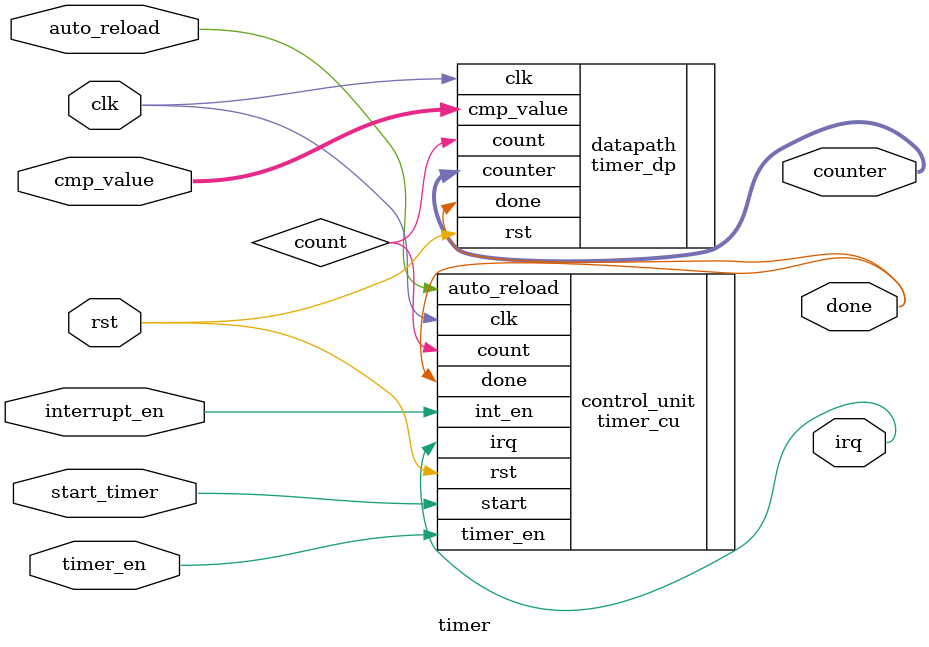
<source format=sv>
`timescale 1ns / 1ps


module timer(
    input  wire clk,
    input  wire rst,
    input  wire [63:0] cmp_value,
    input  wire start_timer,
    input  wire timer_en,
    input  wire interrupt_en,
    input  wire auto_reload,

    output wire done,
    output wire irq,
    output wire [63:0] counter
);

wire count;

timer_dp datapath(
    .clk(clk),
    .rst(rst),
    .count(count),
    .cmp_value(cmp_value),
    .done(done),
    .counter(counter)
);

timer_cu control_unit(
    .clk(clk),
    .rst(rst),
    .start(start_timer),   
    .timer_en(timer_en),
    .int_en(interrupt_en),  
    .done(done),    
    .auto_reload(auto_reload),
    .irq(irq),
    .count(count)
);

endmodule
</source>
